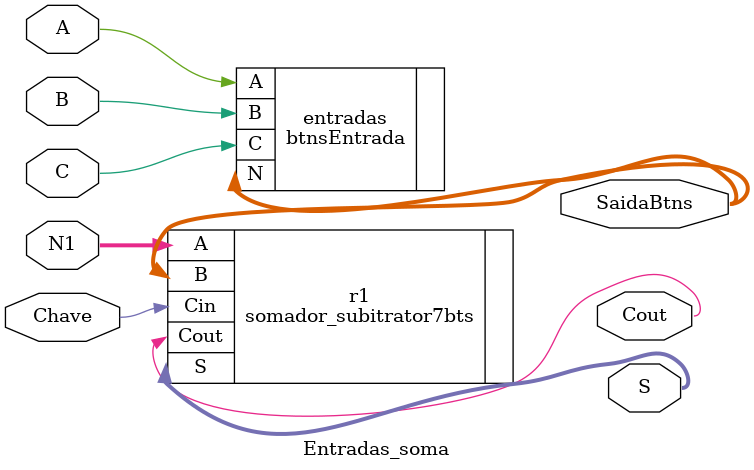
<source format=v>
module Entradas_soma ( A, B, C, Chave, N1, SaidaBtns, S, Cout);
	input A, B, C, Chave;
	input [6:0] N1;
	output [1:0] SaidaBtns;
	output [6:0] S;
	output Cout;
	
		
	btnsEntrada entradas (.A(A), .B(B), .C(C), .N(SaidaBtns));
	somador_subitrator7bts r1 (.A(N1), .B(SaidaBtns), .Cin(Chave), .S(S), .Cout(Cout));
	
	
	
endmodule 
</source>
